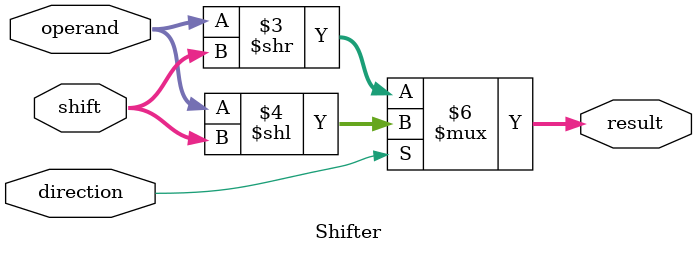
<source format=sv>
module Shifter(
    input logic[7:0] operand,
    input logic direction,
    input logic[2:0] shift,
    output logic[7:0] result
);
    //Direction = 1 for left shift, 0 for right shift
    always_comb begin
        if (direction == 0) begin
            result = operand >> shift;
        end
        else begin
            result = operand << shift;
        end
    end

endmodule: Shifter

</source>
